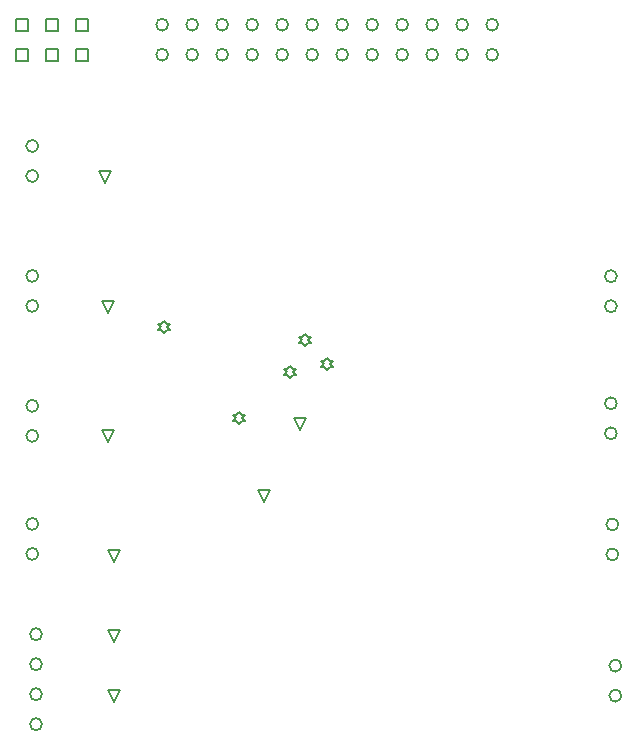
<source format=gbr>
G04 Layer_Color=2752767*
%FSLAX26Y26*%
%MOIN*%
%TF.FileFunction,Drawing*%
%TF.Part,Single*%
G01*
G75*
%TA.AperFunction,NonConductor*%
%ADD51C,0.005000*%
%ADD64C,0.006667*%
D51*
X103032Y2481575D02*
Y2521575D01*
X143032D01*
Y2481575D01*
X103032D01*
X203032D02*
Y2521575D01*
X243032D01*
Y2481575D01*
X203032D01*
X303032D02*
Y2521575D01*
X343032D01*
Y2481575D01*
X303032D01*
Y2381575D02*
Y2421575D01*
X343032D01*
Y2381575D01*
X303032D01*
X203032D02*
Y2421575D01*
X243032D01*
Y2381575D01*
X203032D01*
X103032D02*
Y2421575D01*
X143032D01*
Y2381575D01*
X103032D01*
X409449Y1539055D02*
X389449Y1579055D01*
X429449D01*
X409449Y1539055D01*
X847000Y1169000D02*
X857000Y1179000D01*
X867000D01*
X857000Y1189000D01*
X867000Y1199000D01*
X857000D01*
X847000Y1209000D01*
X837000Y1199000D01*
X827000D01*
X837000Y1189000D01*
X827000Y1179000D01*
X837000D01*
X847000Y1169000D01*
X409449Y1109921D02*
X389449Y1149921D01*
X429449D01*
X409449Y1109921D01*
X431103Y710315D02*
X411103Y750315D01*
X451103D01*
X431103Y710315D01*
X429134Y444567D02*
X409134Y484567D01*
X449134D01*
X429134Y444567D01*
Y243780D02*
X409134Y283779D01*
X449134D01*
X429134Y243780D01*
X1015748Y1322520D02*
X1025748Y1332520D01*
X1035748D01*
X1025748Y1342520D01*
X1035748Y1352520D01*
X1025748D01*
X1015748Y1362520D01*
X1005748Y1352520D01*
X995748D01*
X1005748Y1342520D01*
X995748Y1332520D01*
X1005748D01*
X1015748Y1322520D01*
X1050000Y1150000D02*
X1030000Y1190000D01*
X1070000D01*
X1050000Y1150000D01*
X930000Y910000D02*
X910000Y950000D01*
X950000D01*
X930000Y910000D01*
X1140000Y1350000D02*
X1150000Y1360000D01*
X1160000D01*
X1150000Y1370000D01*
X1160000Y1380000D01*
X1150000D01*
X1140000Y1390000D01*
X1130000Y1380000D01*
X1120000D01*
X1130000Y1370000D01*
X1120000Y1360000D01*
X1130000D01*
X1140000Y1350000D01*
X1065000Y1430000D02*
X1075000Y1440000D01*
X1085000D01*
X1075000Y1450000D01*
X1085000Y1460000D01*
X1075000D01*
X1065000Y1470000D01*
X1055000Y1460000D01*
X1045000D01*
X1055000Y1450000D01*
X1045000Y1440000D01*
X1055000D01*
X1065000Y1430000D01*
X595000Y1475000D02*
X605000Y1485000D01*
X615000D01*
X605000Y1495000D01*
X615000Y1505000D01*
X605000D01*
X595000Y1515000D01*
X585000Y1505000D01*
X575000D01*
X585000Y1495000D01*
X575000Y1485000D01*
X585000D01*
X595000Y1475000D01*
X400000Y1975000D02*
X380000Y2015000D01*
X420000D01*
X400000Y1975000D01*
D64*
X177480Y2097244D02*
G03*
X177480Y2097244I-20000J0D01*
G01*
Y1997244D02*
G03*
X177480Y1997244I-20000J0D01*
G01*
X2121063Y365123D02*
G03*
X2121063Y365123I-20000J0D01*
G01*
Y265123D02*
G03*
X2121063Y265123I-20000J0D01*
G01*
X2106063Y1563150D02*
G03*
X2106063Y1563150I-20000J0D01*
G01*
Y1663150D02*
G03*
X2106063Y1663150I-20000J0D01*
G01*
X177480Y1664173D02*
G03*
X177480Y1664173I-20000J0D01*
G01*
Y1564173D02*
G03*
X177480Y1564173I-20000J0D01*
G01*
X2106063Y1239399D02*
G03*
X2106063Y1239399I-20000J0D01*
G01*
Y1139399D02*
G03*
X2106063Y1139399I-20000J0D01*
G01*
X177480Y1231102D02*
G03*
X177480Y1231102I-20000J0D01*
G01*
Y1131102D02*
G03*
X177480Y1131102I-20000J0D01*
G01*
Y737402D02*
G03*
X177480Y737402I-20000J0D01*
G01*
Y837402D02*
G03*
X177480Y837402I-20000J0D01*
G01*
X2111063Y735649D02*
G03*
X2111063Y735649I-20000J0D01*
G01*
Y835649D02*
G03*
X2111063Y835649I-20000J0D01*
G01*
X190000Y170000D02*
G03*
X190000Y170000I-20000J0D01*
G01*
Y270000D02*
G03*
X190000Y270000I-20000J0D01*
G01*
Y370000D02*
G03*
X190000Y370000I-20000J0D01*
G01*
Y470000D02*
G03*
X190000Y470000I-20000J0D01*
G01*
X1610551Y2401575D02*
G03*
X1610551Y2401575I-20000J0D01*
G01*
Y2501575D02*
G03*
X1610551Y2501575I-20000J0D01*
G01*
X1510551D02*
G03*
X1510551Y2501575I-20000J0D01*
G01*
X1410551D02*
G03*
X1410551Y2501575I-20000J0D01*
G01*
X1310551D02*
G03*
X1310551Y2501575I-20000J0D01*
G01*
X1210551D02*
G03*
X1210551Y2501575I-20000J0D01*
G01*
X1110551D02*
G03*
X1110551Y2501575I-20000J0D01*
G01*
X1010551D02*
G03*
X1010551Y2501575I-20000J0D01*
G01*
X910551D02*
G03*
X910551Y2501575I-20000J0D01*
G01*
X810551D02*
G03*
X810551Y2501575I-20000J0D01*
G01*
X710551D02*
G03*
X710551Y2501575I-20000J0D01*
G01*
X610551D02*
G03*
X610551Y2501575I-20000J0D01*
G01*
X1510551Y2401575D02*
G03*
X1510551Y2401575I-20000J0D01*
G01*
X1410551D02*
G03*
X1410551Y2401575I-20000J0D01*
G01*
X1310551D02*
G03*
X1310551Y2401575I-20000J0D01*
G01*
X1210551D02*
G03*
X1210551Y2401575I-20000J0D01*
G01*
X1110551D02*
G03*
X1110551Y2401575I-20000J0D01*
G01*
X1010551D02*
G03*
X1010551Y2401575I-20000J0D01*
G01*
X910551D02*
G03*
X910551Y2401575I-20000J0D01*
G01*
X810551D02*
G03*
X810551Y2401575I-20000J0D01*
G01*
X710551D02*
G03*
X710551Y2401575I-20000J0D01*
G01*
X610551D02*
G03*
X610551Y2401575I-20000J0D01*
G01*
X1710551Y2501575D02*
G03*
X1710551Y2501575I-20000J0D01*
G01*
Y2401575D02*
G03*
X1710551Y2401575I-20000J0D01*
G01*
%TF.MD5,332ab3e2f67bafa3cc6beab659c4451a*%
M02*

</source>
